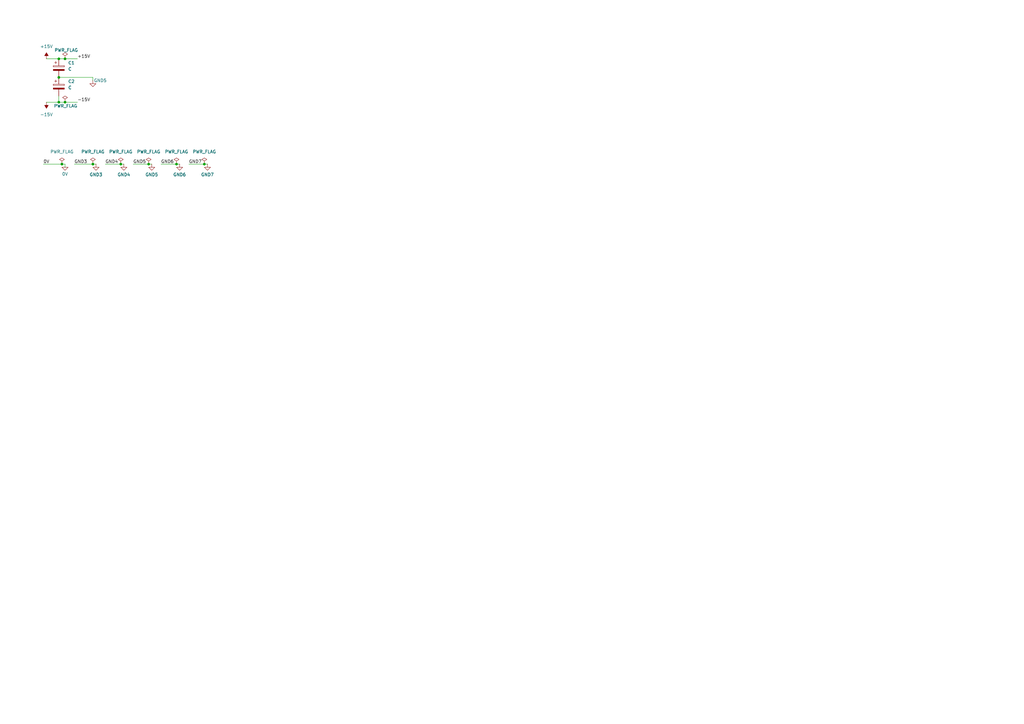
<source format=kicad_sch>
(kicad_sch (version 20231120) (generator "eeschema") (generator_version "8.0")
  (paper "A3")
  (title_block (title "N22 DC Amplifier | Powerrails") (date "2024-09-13"))
  (lib_symbols
    (symbol "Device:C_Polarized" (pin_numbers hide) (pin_names (offset 0.254))
      (property "Reference" "C" (at 0.635 2.54 0))
      (property "Value" "C_Polarized" (at 0.635 -2.54 0))
      (symbol "C_Polarized_0_1"
        (rectangle (start -2.286 0.508) (end 2.286 1.016))
        (polyline (pts (xy -1.778 2.286) (xy -0.762 2.286)))
        (polyline (pts (xy -1.27 2.794) (xy -1.27 1.778)))
        (rectangle (start 2.286 -0.508) (end -2.286 -1.016) (fill (type outline)))
      )
      (symbol "C_Polarized_1_1"
        (pin passive line (at 0 3.81 270) (length 2.794) (name "~") (number "1"))
        (pin passive line (at 0 -3.81 90) (length 2.794) (name "~") (number "2"))
      )
    )
    (symbol "Simulation_SPICE:0" (power) (pin_numbers hide) (pin_names (offset 0) hide)
      (property "Value" "0" (at 0 -2.54 0))
      (symbol "0_0_1"
        (polyline (pts (xy -1.27 0) (xy 0 -1.27) (xy 1.27 0) (xy -1.27 0)))
      )
      (symbol "0_1_1"
        (pin power_in line (at 0 0 0) (length 0) (name "~") (number "1"))
      )
    )
    (symbol "power:-15V" (power) (pin_numbers hide) (pin_names (offset 0) hide)
      (property "Value" "-15V" (at 0 3.556 0))
      (symbol "-15V_0_0"
        (pin power_in line (at 0 0 90) (length 0) (name "~") (number "1"))
      )
      (symbol "-15V_0_1"
        (polyline (pts (xy 0 0) (xy 0 1.27) (xy 0.762 1.27) (xy 0 2.54) (xy -0.762 1.27) (xy 0 1.27)) (fill (type outline)))
      )
    )
    (symbol "power:GND3" (power) (pin_numbers hide) (pin_names (offset 0) hide)
      (property "Value" "GND3" (at 0 -3.81 0))
      (symbol "GND3_0_1"
        (polyline (pts (xy 0 0) (xy 0 -1.27) (xy 1.27 -1.27) (xy 0 -2.54) (xy -1.27 -1.27) (xy 0 -1.27)))
      )
      (symbol "GND3_1_1"
        (pin power_in line (at 0 0 270) (length 0) (name "~") (number "1"))
      )
    )
    (symbol "power:PWR_FLAG" (power) (pin_numbers hide) (pin_names (offset 0) hide)
      (property "Value" "PWR_FLAG" (at 0 3.81 0))
      (symbol "PWR_FLAG_0_0"
        (pin power_out line (at 0 0 90) (length 0) (name "~") (number "1"))
      )
      (symbol "PWR_FLAG_0_1"
        (polyline (pts (xy 0 0) (xy 0 1.27) (xy -1.016 1.905) (xy 0 2.54) (xy 1.016 1.905) (xy 0 1.27)))
      )
    )
  )
  (junction (at 24.13 24.13))
  (junction (at 49.53 67.31))
  (junction (at 72.39 67.31))
  (junction (at 60.96 67.31))
  (junction (at 26.67 41.91))
  (junction (at 38.1 67.31))
  (junction (at 25.4 67.31))
  (junction (at 26.67 24.13))
  (junction (at 24.13 31.75))
  (junction (at 83.82 67.31))
  (junction (at 24.13 41.91))
  (wire (pts (xy 17.78 67.31) (xy 25.4 67.31)))
  (wire (pts (xy 25.4 67.31) (xy 26.67 67.31)))
  (wire (pts (xy 38.1 31.75) (xy 24.13 31.75)))
  (wire (pts (xy 38.1 67.31) (xy 39.37 67.31)))
  (wire (pts (xy 31.75 24.13) (xy 26.67 24.13)))
  (wire (pts (xy 66.04 67.31) (xy 72.39 67.31)))
  (wire (pts (xy 19.05 41.91) (xy 24.13 41.91)))
  (wire (pts (xy 26.67 24.13) (xy 24.13 24.13)))
  (wire (pts (xy 24.13 39.37) (xy 24.13 41.91)))
  (wire (pts (xy 83.82 67.31) (xy 85.09 67.31)))
  (wire (pts (xy 49.53 67.31) (xy 50.8 67.31)))
  (wire (pts (xy 54.61 67.31) (xy 60.96 67.31)))
  (wire (pts (xy 19.05 24.13) (xy 24.13 24.13)))
  (wire (pts (xy 30.48 67.31) (xy 38.1 67.31)))
  (wire (pts (xy 38.1 31.75) (xy 38.1 33.02)))
  (wire (pts (xy 31.75 41.91) (xy 26.67 41.91)))
  (wire (pts (xy 77.47 67.31) (xy 83.82 67.31)))
  (wire (pts (xy 26.67 68.58) (xy 26.67 67.31)))
  (wire (pts (xy 24.13 41.91) (xy 26.67 41.91)))
  (wire (pts (xy 72.39 67.31) (xy 73.66 67.31)))
  (wire (pts (xy 43.18 67.31) (xy 49.53 67.31)))
  (wire (pts (xy 60.96 67.31) (xy 62.23 67.31)))
  (label "GND5" (at 54.61 67.31 0))
  (label "GND6" (at 66.04 67.31 0))
  (label "GND3" (at 30.48 67.31 0))
  (label "GND7" (at 77.47 67.31 0))
  (label "+15V" (at 31.75 24.13 0))
  (label "0V" (at 17.78 67.31 0))
  (label "GND4" (at 43.18 67.31 0))
  (label "-15V" (at 31.75 41.91 0))
  (symbol (lib_id "Device:C_Polarized") (at 24.13 27.94 0) (unit 1)
    (property "Reference" "C1" (at 27.94 25.7809 0) (effects (justify left)))
    (property "Value" "C" (at 27.94 28.3209 0) (effects (justify left)))
    (property "Description" "Polarized capacitor" (effects (hide yes)))
  )
  (symbol (lib_id "power:PWR_FLAG") (at 25.4 67.31 0) (unit 1)
    (property "Reference" "#FLG03" (effects (hide yes)))
    (property "Value" "PWR_FLAG" (at 25.4 62.23 0))
    (property "Description" "Special symbol for telling ERC where power comes from" (effects (hide yes)))
  )
  (symbol (lib_id "power:GND3") (at 38.1 33.02 0) (unit 1)
    (property "Reference" "#PWR013" (effects (hide yes)))
    (property "Value" "GND5" (at 41.148 33.02 0))
    (property "Description" "Power symbol creates a global label with name \"GND3\" , ground" (effects (hide yes)))
  )
  (symbol (lib_id "Device:C_Polarized") (at 24.13 35.56 0) (unit 1)
    (property "Reference" "C2" (at 27.94 33.4009 0) (effects (justify left)))
    (property "Value" "C" (at 27.94 35.9409 0) (effects (justify left)))
    (property "Description" "Polarized capacitor" (effects (hide yes)))
  )
  (symbol (lib_id "power:GND3") (at 39.37 67.31 0) (unit 1)
    (property "Reference" "#PWR07" (effects (hide yes)))
    (property "Value" "GND3" (at 39.37 71.628 0))
    (property "Description" "Power symbol creates a global label with name \"GND3\" , ground" (effects (hide yes)))
  )
  (symbol (lib_id "power:PWR_FLAG") (at 26.67 24.13 0) (unit 1)
    (property "Reference" "#FLG01" (effects (hide yes)))
    (property "Value" "PWR_FLAG" (at 27.178 20.574 0))
    (property "Description" "Special symbol for telling ERC where power comes from" (effects (hide yes)))
  )
  (symbol (lib_id "power:-15V") (at 19.05 41.91 180) (unit 1)
    (property "Reference" "#PWR09" (effects (hide yes)))
    (property "Value" "-15V" (at 19.05 46.99 0))
    (property "Description" "Power symbol creates a global label with name \"-15V\"" (effects (hide yes)))
  )
  (symbol (lib_id "power:PWR_FLAG") (at 72.39 67.31 0) (unit 1)
    (property "Reference" "#FLG07" (effects (hide yes)))
    (property "Value" "PWR_FLAG" (at 72.39 62.23 0))
    (property "Description" "Special symbol for telling ERC where power comes from" (effects (hide yes)))
  )
  (symbol (lib_id "power:GND3") (at 73.66 67.31 0) (unit 1)
    (property "Reference" "#PWR011" (effects (hide yes)))
    (property "Value" "GND6" (at 73.66 71.628 0))
    (property "Description" "Power symbol creates a global label with name \"GND3\" , ground" (effects (hide yes)))
  )
  (symbol (lib_id "power:PWR_FLAG") (at 83.82 67.31 0) (unit 1)
    (property "Reference" "#FLG08" (effects (hide yes)))
    (property "Value" "PWR_FLAG" (at 83.82 62.23 0))
    (property "Description" "Special symbol for telling ERC where power comes from" (effects (hide yes)))
  )
  (symbol (lib_id "power:PWR_FLAG") (at 26.67 41.91 0) (unit 1)
    (property "Reference" "#FLG02" (effects (hide yes)))
    (property "Value" "PWR_FLAG" (at 26.924 43.434 0))
    (property "Description" "Special symbol for telling ERC where power comes from" (effects (hide yes)))
  )
  (symbol (lib_id "power:PWR_FLAG") (at 60.96 67.31 0) (unit 1)
    (property "Reference" "#FLG06" (effects (hide yes)))
    (property "Value" "PWR_FLAG" (at 60.96 62.23 0))
    (property "Description" "Special symbol for telling ERC where power comes from" (effects (hide yes)))
  )
  (symbol (lib_id "power:GND3") (at 85.09 67.31 0) (unit 1)
    (property "Reference" "#PWR012" (effects (hide yes)))
    (property "Value" "GND7" (at 85.09 71.628 0))
    (property "Description" "Power symbol creates a global label with name \"GND3\" , ground" (effects (hide yes)))
  )
  (symbol (lib_id "power:PWR_FLAG") (at 49.53 67.31 0) (unit 1)
    (property "Reference" "#FLG05" (effects (hide yes)))
    (property "Value" "PWR_FLAG" (at 49.53 62.23 0))
    (property "Description" "Special symbol for telling ERC where power comes from" (effects (hide yes)))
  )
  (symbol (lib_id "power:GND3") (at 50.8 67.31 0) (unit 1)
    (property "Reference" "#PWR08" (effects (hide yes)))
    (property "Value" "GND4" (at 50.8 71.628 0))
    (property "Description" "Power symbol creates a global label with name \"GND3\" , ground" (effects (hide yes)))
  )
  (symbol (lib_id "power:GND3") (at 62.23 67.31 0) (unit 1)
    (property "Reference" "#PWR010" (effects (hide yes)))
    (property "Value" "GND5" (at 62.23 71.628 0))
    (property "Description" "Power symbol creates a global label with name \"GND3\" , ground" (effects (hide yes)))
  )
  (symbol (lib_id "Simulation_SPICE:0") (at 26.67 68.58 0) (unit 1)
    (property "Reference" "#GND01" (effects (hide yes)))
    (property "Value" "0V" (at 26.67 71.374 0))
    (property "Datasheet" "https://ngspice.sourceforge.io/docs/ngspice-html-manual/manual.xhtml#subsec_Circuit_elements__device" (effects (hide yes)))
    (property "Description" "0V reference potential for simulation" (effects (hide yes)))
  )
  (symbol (lib_id "power:PWR_FLAG") (at 38.1 67.31 0) (unit 1)
    (property "Reference" "#FLG04" (effects (hide yes)))
    (property "Value" "PWR_FLAG" (at 38.1 62.23 0))
    (property "Description" "Special symbol for telling ERC where power comes from" (effects (hide yes)))
  )
  (symbol (lib_id "power:-15V") (at 19.05 24.13 0) (unit 1)
    (property "Reference" "#PWR06" (effects (hide yes)))
    (property "Value" "+15V" (at 19.05 19.05 0))
    (property "Description" "Power symbol creates a global label with name \"-15V\"" (effects (hide yes)))
  )
)
</source>
